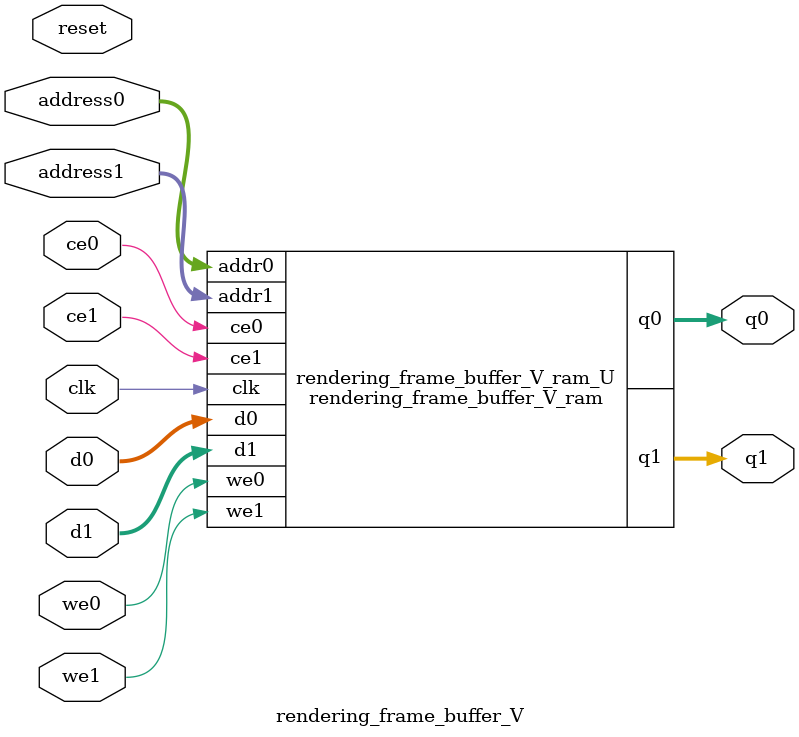
<source format=v>
`timescale 1 ns / 1 ps
module rendering_frame_buffer_V_ram (addr0, ce0, d0, we0, q0, addr1, ce1, d1, we1, q1,  clk);

parameter DWIDTH = 6;
parameter AWIDTH = 16;
parameter MEM_SIZE = 65536;

input[AWIDTH-1:0] addr0;
input ce0;
input[DWIDTH-1:0] d0;
input we0;
output reg[DWIDTH-1:0] q0;
input[AWIDTH-1:0] addr1;
input ce1;
input[DWIDTH-1:0] d1;
input we1;
output reg[DWIDTH-1:0] q1;
input clk;

reg [DWIDTH-1:0] ram[0:MEM_SIZE-1];




always @(posedge clk)  
begin 
    if (ce0) begin
        if (we0) 
            ram[addr0] <= d0; 
        q0 <= ram[addr0];
    end
end


always @(posedge clk)  
begin 
    if (ce1) begin
        if (we1) 
            ram[addr1] <= d1; 
        q1 <= ram[addr1];
    end
end


endmodule

`timescale 1 ns / 1 ps
module rendering_frame_buffer_V(
    reset,
    clk,
    address0,
    ce0,
    we0,
    d0,
    q0,
    address1,
    ce1,
    we1,
    d1,
    q1);

parameter DataWidth = 32'd6;
parameter AddressRange = 32'd65536;
parameter AddressWidth = 32'd16;
input reset;
input clk;
input[AddressWidth - 1:0] address0;
input ce0;
input we0;
input[DataWidth - 1:0] d0;
output[DataWidth - 1:0] q0;
input[AddressWidth - 1:0] address1;
input ce1;
input we1;
input[DataWidth - 1:0] d1;
output[DataWidth - 1:0] q1;



rendering_frame_buffer_V_ram rendering_frame_buffer_V_ram_U(
    .clk( clk ),
    .addr0( address0 ),
    .ce0( ce0 ),
    .we0( we0 ),
    .d0( d0 ),
    .q0( q0 ),
    .addr1( address1 ),
    .ce1( ce1 ),
    .we1( we1 ),
    .d1( d1 ),
    .q1( q1 ));

endmodule


</source>
